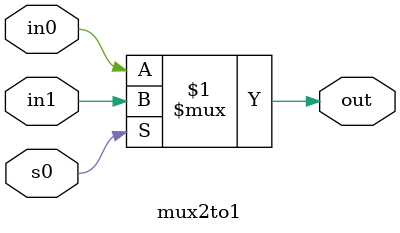
<source format=v>
module mux2to1
(
        input in0,
        input in1,
        input s0,
        output out
);
        assign out = (s0) ? in1 : in0;
endmodule

</source>
